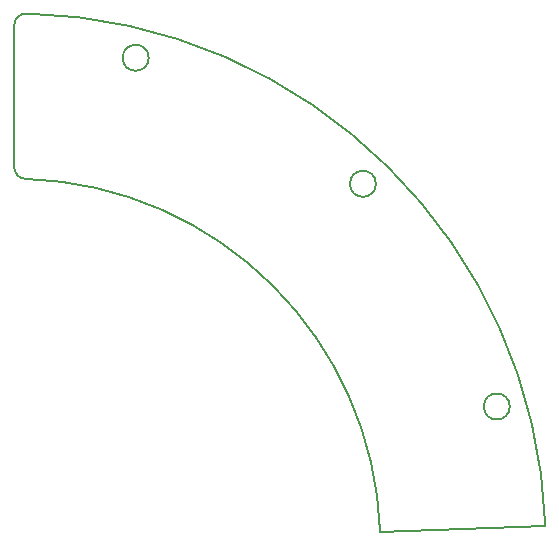
<source format=gbr>
G04 #@! TF.GenerationSoftware,KiCad,Pcbnew,(2018-01-25 revision 89a5a84af)-makepkg*
G04 #@! TF.CreationDate,2018-02-28T21:11:33+00:00*
G04 #@! TF.ProjectId,WolfDrive_encoder_renishaw_adapter,576F6C6644726976655F656E636F6465,rev?*
G04 #@! TF.SameCoordinates,Original*
G04 #@! TF.FileFunction,Profile,NP*
%FSLAX46Y46*%
G04 Gerber Fmt 4.6, Leading zero omitted, Abs format (unit mm)*
G04 Created by KiCad (PCBNEW (2018-01-25 revision 89a5a84af)-makepkg) date Wed Feb 28 21:11:33 2018*
%MOMM*%
%LPD*%
G01*
G04 APERTURE LIST*
%ADD10C,0.150000*%
G04 APERTURE END LIST*
D10*
X0Y31984371D02*
X0Y43988635D01*
X1022728Y44988377D02*
G75*
G02X44972587Y1570477I-1022728J-44988377D01*
G01*
X0Y43988635D02*
G75*
G02X1022727Y44988377I1000000J0D01*
G01*
X968750Y30984859D02*
G75*
G02X0Y31984371I31250J999512D01*
G01*
X968750Y30984860D02*
G75*
G02X30981116Y1081884I-968750J-30984860D01*
G01*
X30981116Y1081884D02*
X44972587Y1570477D01*
X11381681Y41237568D02*
G75*
G03X11381681Y41237568I-1100000J0D01*
G01*
X30622981Y30571942D02*
G75*
G03X30622981Y30571942I-1100000J0D01*
G01*
X41953622Y11714588D02*
G75*
G03X41953622Y11714588I-1100000J0D01*
G01*
M02*

</source>
